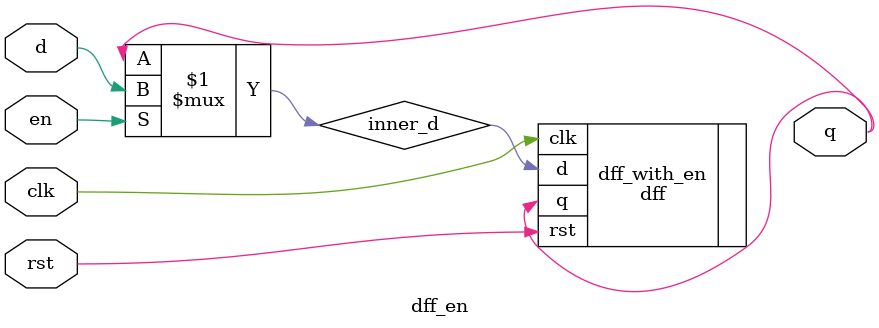
<source format=v>
module dff_en(q, d, clk, rst, en);

	input d, en;
	input clk, rst;
	output q;

	wire inner_d;

	assign inner_d = en ? d : q;

	// instantiate DFF with inner_d being sent to d
	dff dff_with_en(.q(q), .d(inner_d), .clk(clk), .rst(rst));

endmodule

</source>
